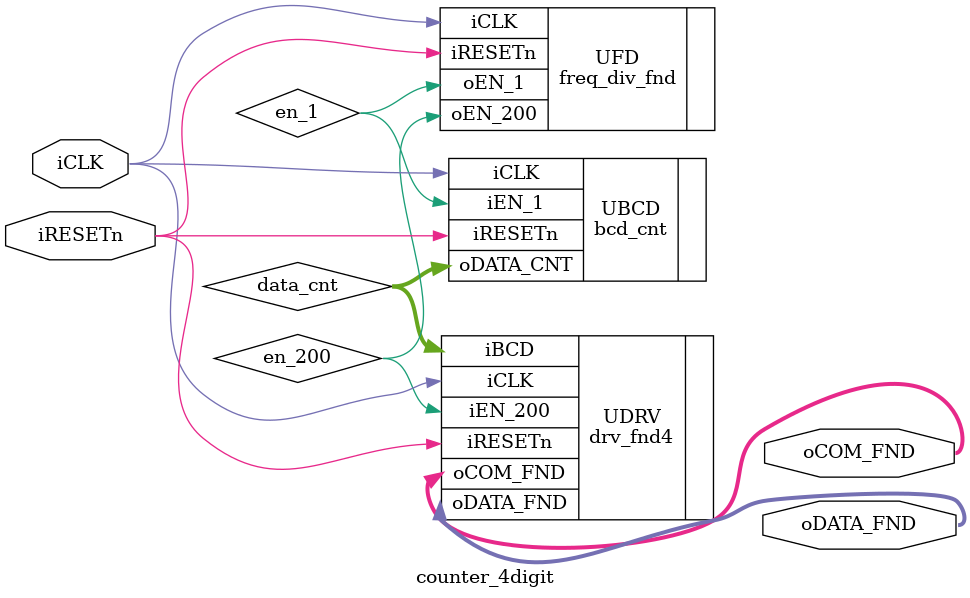
<source format=v>
module counter_4digit(
  iCLK,
  iRESETn,
  oDATA_FND,
  oCOM_FND
);
  input iCLK,iRESETn;
  output [7:0] oDATA_FND;
  output [3:0] oCOM_FND;

  wire en_200;
  wire en_1;
  wire [15:0] data_cnt;


  freq_div_fnd UFD(
    .iCLK(iCLK),
    .iRESETn(iRESETn),
    .oEN_200(en_200),
    .oEN_1 (en_1)
  );

  bcd_cnt UBCD(
    .iCLK(iCLK),
    .iRESETn(iRESETn),
    .iEN_1(en_1),
    .oDATA_CNT(data_cnt)
  );

  drv_fnd4 UDRV(
    .iCLK(iCLK),
    .iRESETn(iRESETn),
    .iEN_200(en_200),
    .iBCD(data_cnt),
    .oCOM_FND(oCOM_FND),
    .oDATA_FND(oDATA_FND)
  );
endmodule
</source>
